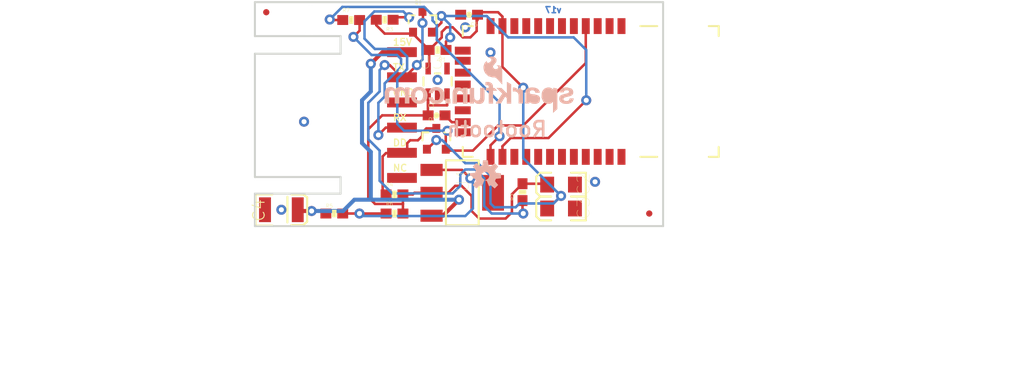
<source format=kicad_pcb>
(kicad_pcb (version 20211014) (generator pcbnew)
  (layers (0 "F.Cu" signal) (31 "B.Cu" signal) (34 "B.Paste" user) (35 "F.Paste" user) (36 "B.SilkS" user "B.Silkscreen") (37 "F.SilkS" user "F.Silkscreen") (38 "B.Mask" user) (39 "F.Mask" user) (44 "Edge.Cuts" user))
  (net 0 "")
  (net 1 "GND")
  (net 2 "N$2")
  (net 3 "VCC")
  (net 4 "RX")
  (net 5 "RX_5V")
  (net 6 "15V")
  (net 7 "5V")
  (net 8 "TX")
  (net 9 "TX_5V")
  (net 10 "DD")
  (net 11 "DD_5V")
  (footprint "boardEagle:SOT23-5" (layer "F.Cu") (at 146.3421 101.7016)
    (fp_text reference "U3" (at -1.905 -1.905) (layer "F.SilkS") (effects (font (size 1.240089 1.240089) (thickness 0.029911)) (justify left)))
    (fp_text value "V_REG_LDOSMD")
    (pad "1" smd rect (at -0.95 1.3001) (size 0.55 1.2) (layers "F.Cu" "F.Paste" "F.Mask") (net 7 "5V"))
    (pad "2" smd rect (at 0 1.3001) (size 0.55 1.2) (layers "F.Cu" "F.Paste" "F.Mask") (net 1 "GND"))
    (pad "3" smd rect (at 0.95 1.3001) (size 0.55 1.2) (layers "F.Cu" "F.Paste" "F.Mask") (net 7 "5V"))
    (pad "4" smd rect (at 0.95 -1.3001) (size 0.55 1.2) (layers "F.Cu" "F.Paste" "F.Mask"))
    (pad "5" smd rect (at -0.95 -1.3001) (size 0.55 1.2) (layers "F.Cu" "F.Paste" "F.Mask") (net 3 "VCC"))
  )
  (footprint "boardEagle:0603-RES" (layer "F.Cu") (at 137.6299 95.504)
    (fp_text reference "R7" (at -0.889 -0.762) (layer "F.SilkS") (effects (font (size 0.373888 0.373888) (thickness 0.032512)) (justify left bottom)))
    (fp_text value "10k")
    (pad "1" smd rect (at -0.85 0) (size 1.1 1) (layers "F.Cu" "F.Paste" "F.Mask") (net 4 "RX"))
    (pad "2" smd rect (at 0.85 0) (size 1.1 1) (layers "F.Cu" "F.Paste" "F.Mask") (net 5 "RX_5V"))
  )
  (footprint "boardEagle:EIA3216" (layer "F.Cu") (at 158.7881 114.5286 180)
    (fp_text reference "C3" (at -2.27 1.27 90) (layer "F.SilkS") (effects (font (size 1.240089 1.240089) (thickness 0.029911)) (justify right)))
    (fp_text value "10uF")
    (pad "A" smd rect (at 1.4 0 270) (size 1.6 1.4) (layers "F.Cu" "F.Paste" "F.Mask") (net 3 "VCC"))
    (pad "C" smd rect (at -1.4 0 270) (size 1.6 1.4) (layers "F.Cu" "F.Paste" "F.Mask") (net 1 "GND"))
  )
  (footprint "boardEagle:REVISION" (layer "F.Cu") (at 134.0231 130.5306)
    (fp_text reference "U$2" hide)
    (fp_text value "REVISION" hide)
  )
  (footprint "boardEagle:MICRO-FIDUCIAL" (layer "F.Cu") (at 167.6781 115.0366)
    (fp_text reference "JP3" hide)
    (fp_text value "FIDUCIALUFIDUCIAL" hide)
    (pad "1" smd roundrect (at 0 0) (size 0.635 0.635) (layers "F.Cu" "F.Mask") (roundrect_rratio 0.5))
  )
  (footprint "boardEagle:0603-RES" (layer "F.Cu") (at 135.9281 115.0366)
    (fp_text reference "R5" (at -0.889 -0.762) (layer "F.SilkS") (effects (font (size 0.376489 0.376489) (thickness 0.029911)) (justify left)))
    (fp_text value "715")
    (pad "1" smd rect (at -0.85 0) (size 1.1 1) (layers "F.Cu" "F.Paste" "F.Mask") (net 1 "GND"))
    (pad "2" smd rect (at 0.85 0) (size 1.1 1) (layers "F.Cu" "F.Paste" "F.Mask") (net 2 "N$2"))
  )
  (footprint "boardEagle:0603-RES" (layer "F.Cu") (at 141.0081 95.4786 180)
    (fp_text reference "R3" (at -0.889 -0.762 180) (layer "F.SilkS") (effects (font (size 0.373888 0.373888) (thickness 0.032512)) (justify right top)))
    (fp_text value "10k")
    (pad "1" smd rect (at -0.85 0 180) (size 1.1 1) (layers "F.Cu" "F.Paste" "F.Mask") (net 10 "DD"))
    (pad "2" smd rect (at 0.85 0 180) (size 1.1 1) (layers "F.Cu" "F.Paste" "F.Mask") (net 3 "VCC"))
  )
  (footprint "boardEagle:EIA3528" (layer "F.Cu") (at 130.5941 114.6556)
    (fp_text reference "C4" (at -2.27 1.27 90) (layer "F.SilkS") (effects (font (size 1.176528 1.176528) (thickness 0.093472)) (justify left)))
    (fp_text value "10uF/20V")
    (pad "A" smd rect (at 1.65 0 90) (size 2.5 1.2) (layers "F.Cu" "F.Paste" "F.Mask") (net 6 "15V"))
    (pad "C" smd rect (at -1.65 0 90) (size 2.5 1.2) (layers "F.Cu" "F.Paste" "F.Mask") (net 1 "GND"))
  )
  (footprint "boardEagle:0603-RES" (layer "F.Cu") (at 146.3421 98.5266 180)
    (fp_text reference "R1" (at -0.889 -0.762 180) (layer "F.SilkS") (effects (font (size 0.373888 0.373888) (thickness 0.032512)) (justify right top)))
    (fp_text value "10k")
    (pad "1" smd rect (at -0.85 0 180) (size 1.1 1) (layers "F.Cu" "F.Paste" "F.Mask") (net 8 "TX"))
    (pad "2" smd rect (at 0.85 0 180) (size 1.1 1) (layers "F.Cu" "F.Paste" "F.Mask") (net 3 "VCC"))
  )
  (footprint "boardEagle:SOT223" (layer "F.Cu") (at 148.8343 112.9459 -90)
    (fp_text reference "U1" (at -2.5399 -0.0508 90) (layer "F.SilkS") (effects (font (size 1.240089 1.240089) (thickness 0.029911)) (justify right)))
    (fp_text value "V_REG_317SMD")
    (pad "1" smd rect (at -2.3114 3.0988 270) (size 1.2192 2.2352) (layers "F.Cu" "F.Paste" "F.Mask") (net 2 "N$2"))
    (pad "2" smd rect (at 0 3.0988 270) (size 1.2192 2.2352) (layers "F.Cu" "F.Paste" "F.Mask") (net 7 "5V"))
    (pad "3" smd rect (at 2.3114 3.0988 270) (size 1.2192 2.2352) (layers "F.Cu" "F.Paste" "F.Mask") (net 6 "15V"))
    (pad "4" smd rect (at 0 -3.099 270) (size 3.6 2.2) (layers "F.Cu" "F.Paste" "F.Mask"))
  )
  (footprint "boardEagle:0603-RES" (layer "F.Cu") (at 154.9019 112.8776 90)
    (fp_text reference "R2" (at -0.889 -0.762 90) (layer "F.SilkS") (effects (font (size 0.373888 0.373888) (thickness 0.032512)) (justify left bottom)))
    (fp_text value "10k")
    (pad "1" smd rect (at -0.85 0 90) (size 1.1 1) (layers "F.Cu" "F.Paste" "F.Mask") (net 9 "TX_5V"))
    (pad "2" smd rect (at 0.85 0 90) (size 1.1 1) (layers "F.Cu" "F.Paste" "F.Mask") (net 7 "5V"))
  )
  (footprint "" (layer "F.Cu") (at 133.3881 95.4786)
    (fp_text reference "@HOLE1" hide)
    (fp_text value "" (at 0 0) (layer "F.SilkS") (effects (font (size 1.27 1.27))))
    (pad "" np_thru_hole circle (at 0 0) (size 2.54 2.54) (drill 2.54) (layers *.Cu *.Mask))
  )
  (footprint "boardEagle:0603-CAP" (layer "F.Cu") (at 149.5171 94.9706 180)
    (fp_text reference "C5" (at -0.889 -0.762 180) (layer "F.SilkS") (effects (font (size 0.373888 0.373888) (thickness 0.032512)) (justify right top)))
    (fp_text value "0.1uF")
    (pad "1" smd rect (at -0.85 0 180) (size 1.1 1) (layers "F.Cu" "F.Paste" "F.Mask") (net 3 "VCC"))
    (pad "2" smd rect (at 0.85 0 180) (size 1.1 1) (layers "F.Cu" "F.Paste" "F.Mask") (net 1 "GND"))
  )
  (footprint "boardEagle:EIA3216" (layer "F.Cu") (at 158.7881 112.1156 180)
    (fp_text reference "C2" (at -2.27 1.27 90) (layer "F.SilkS") (effects (font (size 1.240089 1.240089) (thickness 0.029911)) (justify right)))
    (fp_text value "10uF")
    (pad "A" smd rect (at 1.4 0 270) (size 1.6 1.4) (layers "F.Cu" "F.Paste" "F.Mask") (net 7 "5V"))
    (pad "C" smd rect (at -1.4 0 270) (size 1.6 1.4) (layers "F.Cu" "F.Paste" "F.Mask") (net 1 "GND"))
  )
  (footprint "boardEagle:1X06-SMD" (layer "F.Cu") (at 137.7518 105.095 -90)
    (fp_text reference "JP2" hide)
    (fp_text value "" hide)
    (pad "" np_thru_hole circle (at -5.08 0 270) (size 1.4 1.4) (drill 1.4) (layers *.Cu *.Mask))
    (pad "" np_thru_hole circle (at 5.08 0 270) (size 1.4 1.4) (drill 1.4) (layers *.Cu *.Mask))
    (pad "1" smd rect (at -6.35 -5) (size 3 1) (layers "F.Cu" "F.Paste" "F.Mask") (net 6 "15V"))
    (pad "2" smd rect (at -3.81 -5) (size 3 1) (layers "F.Cu" "F.Paste" "F.Mask") (net 9 "TX_5V"))
    (pad "3" smd rect (at -1.27 -5) (size 3 1) (layers "F.Cu" "F.Paste" "F.Mask") (net 1 "GND"))
    (pad "4" smd rect (at 1.27 -5) (size 3 1) (layers "F.Cu" "F.Paste" "F.Mask") (net 5 "RX_5V"))
    (pad "5" smd rect (at 3.81 -5) (size 3 1) (layers "F.Cu" "F.Paste" "F.Mask") (net 11 "DD_5V"))
    (pad "6" smd rect (at 6.35 -5) (size 3 1) (layers "F.Cu" "F.Paste" "F.Mask"))
  )
  (footprint "boardEagle:SOT23-3" (layer "F.Cu") (at 144.8181 95.7326)
    (fp_text reference "Q1" (at -0.8255 -1.778) (layer "F.SilkS") (effects (font (size 0.373888 0.373888) (thickness 0.032512)) (justify left bottom)))
    (fp_text value "MOSFET-NCHANNELSMD")
    (pad "1" smd rect (at -0.95 1) (size 0.8 0.9) (layers "F.Cu" "F.Paste" "F.Mask") (net 3 "VCC"))
    (pad "2" smd rect (at 0.95 1) (size 0.8 0.9) (layers "F.Cu" "F.Paste" "F.Mask") (net 8 "TX"))
    (pad "3" smd rect (at 0 -1.1) (size 0.8 0.9) (layers "F.Cu" "F.Paste" "F.Mask") (net 9 "TX_5V"))
  )
  (footprint "boardEagle:RN41" (layer "F.Cu") (at 158.2801 102.7176 180)
    (fp_text reference "U2" hide)
    (fp_text value "BLUETOOTH-RN41" hide)
    (pad "1" smd rect (at -6.6 6.6) (size 0.8 1.6) (layers "F.Cu" "F.Paste" "F.Mask") (net 1 "GND"))
    (pad "2" smd rect (at -5.4 6.6) (size 0.8 1.6) (layers "F.Cu" "F.Paste" "F.Mask"))
    (pad "3" smd rect (at -4.2 6.6) (size 0.8 1.6) (layers "F.Cu" "F.Paste" "F.Mask"))
    (pad "4" smd rect (at -3 6.6) (size 0.8 1.6) (layers "F.Cu" "F.Paste" "F.Mask") (net 10 "DD"))
    (pad "5" smd rect (at -1.8 6.6) (size 0.8 1.6) (layers "F.Cu" "F.Paste" "F.Mask"))
    (pad "6" smd rect (at -0.6 6.6) (size 0.8 1.6) (layers "F.Cu" "F.Paste" "F.Mask"))
    (pad "7" smd rect (at 0.6 6.6) (size 0.8 1.6) (layers "F.Cu" "F.Paste" "F.Mask"))
    (pad "8" smd rect (at 1.8 6.6) (size 0.8 1.6) (layers "F.Cu" "F.Paste" "F.Mask"))
    (pad "9" smd rect (at 3 6.6) (size 0.8 1.6) (layers "F.Cu" "F.Paste" "F.Mask"))
    (pad "10" smd rect (at 4.2 6.6) (size 0.8 1.6) (layers "F.Cu" "F.Paste" "F.Mask"))
    (pad "11" smd rect (at 5.4 6.6) (size 0.8 1.6) (layers "F.Cu" "F.Paste" "F.Mask") (net 3 "VCC"))
    (pad "12" smd rect (at 6.6 6.6) (size 0.8 1.6) (layers "F.Cu" "F.Paste" "F.Mask") (net 1 "GND"))
    (pad "13" smd rect (at 6.6 -6.6 180) (size 0.8 1.6) (layers "F.Cu" "F.Paste" "F.Mask") (net 4 "RX"))
    (pad "14" smd rect (at 5.4 -6.6 180) (size 0.8 1.6) (layers "F.Cu" "F.Paste" "F.Mask") (net 8 "TX"))
    (pad "15" smd rect (at 4.2 -6.6 180) (size 0.8 1.6) (layers "F.Cu" "F.Paste" "F.Mask"))
    (pad "16" smd rect (at 3 -6.6 180) (size 0.8 1.6) (layers "F.Cu" "F.Paste" "F.Mask"))
    (pad "17" smd rect (at 1.8 -6.6 180) (size 0.8 1.6) (layers "F.Cu" "F.Paste" "F.Mask"))
    (pad "18" smd rect (at 0.6 -6.6 180) (size 0.8 1.6) (layers "F.Cu" "F.Paste" "F.Mask"))
    (pad "19" smd rect (at -0.6 -6.6 180) (size 0.8 1.6) (layers "F.Cu" "F.Paste" "F.Mask"))
    (pad "20" smd rect (at -1.8 -6.6 180) (size 0.8 1.6) (layers "F.Cu" "F.Paste" "F.Mask"))
    (pad "21" smd rect (at -3 -6.6 180) (size 0.8 1.6) (layers "F.Cu" "F.Paste" "F.Mask"))
    (pad "22" smd rect (at -4.2 -6.6 180) (size 0.8 1.6) (layers "F.Cu" "F.Paste" "F.Mask"))
    (pad "23" smd rect (at -5.4 -6.6 180) (size 0.8 1.6) (layers "F.Cu" "F.Paste" "F.Mask"))
    (pad "24" smd rect (at -6.6 -6.6 180) (size 0.8 1.6) (layers "F.Cu" "F.Paste" "F.Mask"))
    (pad "28" smd rect (at 9.4 -3.1 270) (size 0.8 1.6) (layers "F.Cu" "F.Paste" "F.Mask") (net 1 "GND"))
    (pad "29" smd rect (at 9.4 3.1 270) (size 0.8 1.6) (layers "F.Cu" "F.Paste" "F.Mask") (net 1 "GND"))
    (pad "30" smd rect (at 9.4 -4.1222 270) (size 0.8 1.6) (layers "F.Cu" "F.Paste" "F.Mask"))
    (pad "31" smd rect (at 9.4 -1.9 270) (size 0.8 1.6) (layers "F.Cu" "F.Paste" "F.Mask"))
    (pad "32" smd rect (at 9.4 -0.7 270) (size 0.8 1.6) (layers "F.Cu" "F.Paste" "F.Mask"))
    (pad "33" smd rect (at 9.4 0.7 270) (size 0.8 1.6) (layers "F.Cu" "F.Paste" "F.Mask"))
    (pad "34" smd rect (at 9.4 1.9 270) (size 0.8 1.6) (layers "F.Cu" "F.Paste" "F.Mask"))
    (pad "35" smd rect (at 9.4 4.1222 270) (size 0.8 1.6) (layers "F.Cu" "F.Paste" "F.Mask"))
  )
  (footprint "boardEagle:0603-CAP" (layer "F.Cu") (at 146.2405 105.1306)
    (fp_text reference "C1" (at -0.889 -0.762) (layer "F.SilkS") (effects (font (size 0.373888 0.373888) (thickness 0.032512)) (justify left bottom)))
    (fp_text value "0.1uF")
    (pad "1" smd rect (at -0.85 0) (size 1.1 1) (layers "F.Cu" "F.Paste" "F.Mask") (net 7 "5V"))
    (pad "2" smd rect (at 0.85 0) (size 1.1 1) (layers "F.Cu" "F.Paste" "F.Mask") (net 1 "GND"))
  )
  (footprint "" (layer "F.Cu") (at 163.8681 114.5286)
    (fp_text reference "@HOLE0" hide)
    (fp_text value "" (at 0 0) (layer "F.SilkS") (effects (font (size 1.27 1.27))))
    (pad "" np_thru_hole circle (at 0 0) (size 2.54 2.54) (drill 2.54) (layers *.Cu *.Mask))
  )
  (footprint "boardEagle:0603-RES" (layer "F.Cu") (at 141.9987 115.0366)
    (fp_text reference "R6" (at -0.889 -0.762) (layer "F.SilkS") (effects (font (size 0.373888 0.373888) (thickness 0.032512)) (justify left bottom)))
    (fp_text value "240")
    (pad "1" smd rect (at -0.85 0) (size 1.1 1) (layers "F.Cu" "F.Paste" "F.Mask") (net 2 "N$2"))
    (pad "2" smd rect (at 0.85 0) (size 1.1 1) (layers "F.Cu" "F.Paste" "F.Mask") (net 7 "5V"))
  )
  (footprint "boardEagle:SOT23-3" (layer "F.Cu") (at 146.2151 107.5436)
    (fp_text reference "Q2" (at -0.8255 -1.778) (layer "F.SilkS") (effects (font (size 0.373888 0.373888) (thickness 0.032512)) (justify left bottom)))
    (fp_text value "MOSFET-NCHANNELSMD")
    (pad "1" smd rect (at -0.95 1) (size 0.8 0.9) (layers "F.Cu" "F.Paste" "F.Mask") (net 3 "VCC"))
    (pad "2" smd rect (at 0.95 1) (size 0.8 0.9) (layers "F.Cu" "F.Paste" "F.Mask") (net 10 "DD"))
    (pad "3" smd rect (at 0 -1.1) (size 0.8 0.9) (layers "F.Cu" "F.Paste" "F.Mask") (net 11 "DD_5V"))
  )
  (footprint "boardEagle:0603-RES" (layer "F.Cu") (at 141.9987 113.1062)
    (fp_text reference "R4" (at -0.889 -0.762) (layer "F.SilkS") (effects (font (size 0.373888 0.373888) (thickness 0.032512)) (justify left bottom)))
    (fp_text value "10k")
    (pad "1" smd rect (at -0.85 0) (size 1.1 1) (layers "F.Cu" "F.Paste" "F.Mask") (net 11 "DD_5V"))
    (pad "2" smd rect (at 0.85 0) (size 1.1 1) (layers "F.Cu" "F.Paste" "F.Mask") (net 7 "5V"))
  )
  (footprint "boardEagle:CREATIVE_COMMONS" (layer "F.Cu") (at 122.550244 127.7366)
    (fp_text reference "FRAME1" hide)
    (fp_text value "FRAME-LETTER" hide)
  )
  (footprint "boardEagle:MICRO-FIDUCIAL" (layer "F.Cu") (at 129.0701 94.7166)
    (fp_text reference "JP1" hide)
    (fp_text value "FIDUCIALUFIDUCIAL" hide)
    (pad "1" smd roundrect (at 0 0) (size 0.635 0.635) (layers "F.Cu" "F.Mask") (roundrect_rratio 0.5))
  )
  (footprint "boardEagle:SFE-NEW-WEBLOGO" (layer "B.Cu") (at 160.0581 104.8766 180)
    (fp_text reference "U$1" hide)
    (fp_text value "LOGO-SFENEW" hide)
  )
  (footprint "boardEagle:OSHW-LOGO-S" (layer "B.Cu") (at 151.1681 111.2266 180)
    (fp_text reference "LOGO1" hide)
    (fp_text value "OSHW-LOGOS" hide)
  )
  (gr_line (start 127.9271 113.03) (end 136.5631 113.03) (layer "Edge.Cuts") (width 0.2032))
  (gr_line (start 136.5631 111.3536) (end 127.9271 111.3536) (layer "Edge.Cuts") (width 0.2032))
  (gr_line (start 136.5631 113.03) (end 136.5631 111.3536) (layer "Edge.Cuts") (width 0.2032))
  (gr_line (start 136.5631 97.1296) (end 127.9271 97.1296) (layer "Edge.Cuts") (width 0.2032))
  (gr_line (start 127.9271 116.3066) (end 169.0751 116.3066) (layer "Edge.Cuts") (width 0.2032))
  (gr_line (start 127.9271 93.7006) (end 127.9271 97.1296) (layer "Edge.Cuts") (width 0.2032))
  (gr_line (start 136.5631 98.9076) (end 136.5631 97.1296) (layer "Edge.Cuts") (width 0.2032))
  (gr_line (start 127.9271 98.9076) (end 127.9271 111.3536) (layer "Edge.Cuts") (width 0.2032))
  (gr_line (start 127.9271 98.9076) (end 136.5631 98.9076) (layer "Edge.Cuts") (width 0.2032))
  (gr_line (start 169.0751 116.3066) (end 169.0751 93.7006) (layer "Edge.Cuts") (width 0.2032))
  (gr_line (start 169.0751 93.7006) (end 127.9271 93.7006) (layer "Edge.Cuts") (width 0.2032))
  (gr_line (start 127.9271 113.03) (end 127.9271 116.3066) (layer "Edge.Cuts") (width 0.2032))
  (gr_text "v17" (at 158.9151 94.8436) (layer "B.Cu") (effects (font (size 0.6096 0.6096) (thickness 0.2032)) (justify left bottom mirror)))
  (gr_text "Rootooth" (at 157.5181 107.4166) (layer "B.SilkS") (effects (font (size 1.5113 1.5113) (thickness 0.2667)) (justify left bottom mirror)))
  (gr_text "RX" (at 141.7701 105.7656) (layer "F.SilkS") (effects (font (size 0.69088 0.69088) (thickness 0.12192)) (justify left bottom)))
  (gr_text "DD" (at 141.7701 108.3056) (layer "F.SilkS") (effects (font (size 0.69088 0.69088) (thickness 0.12192)) (justify left bottom)))
  (gr_text "NC" (at 141.7701 110.8456) (layer "F.SilkS") (effects (font (size 0.69088 0.69088) (thickness 0.12192)) (justify left bottom)))
  (gr_text "TX" (at 141.7701 100.6856) (layer "F.SilkS") (effects (font (size 0.69088 0.69088) (thickness 0.12192)) (justify left bottom)))
  (gr_text "GND" (at 141.7701 103.2256) (layer "F.SilkS") (effects (font (size 0.69088 0.69088) (thickness 0.12192)) (justify left bottom)))
  (gr_text "15V" (at 141.7701 98.1456) (layer "F.SilkS") (effects (font (size 0.69088 0.69088) (thickness 0.12192)) (justify left bottom)))
  (segment (start 147.7775 105.8176) (end 148.8801 105.8176) (width 0.254) (layer "F.Cu") (net 1))
  (segment (start 147.0905 105.1306) (end 147.7775 105.8176) (width 0.254) (layer "F.Cu") (net 1))
  (via (at 151.6761 98.7806) (size 1.016) (drill 0.508) (layers "F.Cu" "B.Cu") (net 1))
  (via (at 149.1361 96.2406) (size 1.016) (drill 0.508) (layers "F.Cu" "B.Cu") (net 1))
  (via (at 146.3421 101.5492) (size 1.016) (drill 0.508) (layers "F.Cu" "B.Cu") (net 1))
  (via (at 132.8801 105.7656) (size 1.016) (drill 0.508) (layers "F.Cu" "B.Cu") (net 1))
  (via (at 162.2171 111.8362) (size 1.016) (drill 0.508) (layers "F.Cu" "B.Cu") (net 1))
  (via (at 130.5941 114.6556) (size 1.016) (drill 0.508) (layers "F.Cu" "B.Cu") (net 1))
  (segment (start 138.4681 115.0366) (end 141.1487 115.0366) (width 0.254) (layer "F.Cu") (net 2))
  (segment (start 149.6441 111.4806) (end 148.798 110.6345) (width 0.254) (layer "F.Cu") (net 2))
  (segment (start 148.798 110.6345) (end 145.7355 110.6345) (width 0.254) (layer "F.Cu") (net 2))
  (segment (start 136.7781 115.0366) (end 138.4681 115.0366) (width 0.254) (layer "F.Cu") (net 2))
  (via (at 149.6441 111.4806) (size 1.016) (drill 0.508) (layers "F.Cu" "B.Cu") (net 2))
  (via (at 138.4681 115.0366) (size 1.016) (drill 0.508) (layers "F.Cu" "B.Cu") (net 2))
  (segment (start 149.1361 115.2906) (end 149.8981 114.5286) (width 0.254) (layer "B.Cu") (net 2))
  (segment (start 149.8981 111.7346) (end 149.6441 111.4806) (width 0.254) (layer "B.Cu") (net 2))
  (segment (start 149.8981 114.5286) (end 149.8981 111.7346) (width 0.254) (layer "B.Cu") (net 2))
  (segment (start 138.4681 115.0366) (end 138.7221 115.2906) (width 0.254) (layer "B.Cu") (net 2))
  (segment (start 138.7221 115.2906) (end 149.1361 115.2906) (width 0.254) (layer "B.Cu") (net 2))
  (segment (start 152.4381 94.7166) (end 150.6211 94.7166) (width 0.254) (layer "F.Cu") (net 3))
  (segment (start 146.7621 96.7096) (end 146.7621 97.2566) (width 0.254) (layer "F.Cu") (net 3))
  (segment (start 149.6441 97.2566) (end 148.8821 97.2566) (width 0.254) (layer "F.Cu") (net 3))
  (segment (start 157.5181 114.5286) (end 157.3881 114.5286) (width 0.254) (layer "F.Cu") (net 3))
  (segment (start 146.7621 97.2566) (end 145.4921 98.5266) (width 0.254) (layer "F.Cu") (net 3))
  (segment (start 150.2791 96.6216) (end 149.6441 97.2566) (width 0.254) (layer "F.Cu") (net 3))
  (segment (start 150.2791 95.0586) (end 150.2791 96.6216) (width 0.254) (layer "F.Cu") (net 3))
  (segment (start 147.2311 96.2406) (end 146.7621 96.7096) (width 0.254) (layer "F.Cu") (net 3))
  (segment (start 143.8681 96.9026) (end 143.8681 96.7326) (width 0.254) (layer "F.Cu") (net 3))
  (segment (start 145.2651 108.4936) (end 145.3413 108.4936) (width 0.254) (layer "F.Cu") (net 3))
  (segment (start 154.9781 102.3366) (end 152.8801 100.2386) (width 0.254) (layer "F.Cu") (net 3))
  (segment (start 150.6211 94.7166) (end 150.3671 94.9706) (width 0.254) (layer "F.Cu") (net 3))
  (segment (start 148.8821 97.2566) (end 147.8661 96.2406) (width 0.254) (layer "F.Cu") (net 3))
  (segment (start 145.4921 98.5266) (end 145.4921 100.3015) (width 0.254) (layer "F.Cu") (net 3))
  (segment (start 145.4921 100.3015) (end 145.3921 100.4015) (width 0.254) (layer "F.Cu") (net 3))
  (segment (start 143.8681 96.7326) (end 143.7251 96.8756) (width 0.254) (layer "F.Cu") (net 3))
  (segment (start 145.2651 108.5436) (end 145.2651 108.4936) (width 0.254) (layer "F.Cu") (net 3))
  (segment (start 145.4921 98.5266) (end 143.8681 96.9026) (width 0.254) (layer "F.Cu") (net 3))
  (segment (start 145.3413 108.4936) (end 146.2151 107.6198) (width 0.254) (layer "F.Cu") (net 3))
  (segment (start 143.7251 96.8756) (end 141.0081 96.8756) (width 0.254) (layer "F.Cu") (net 3))
  (segment (start 158.7881 113.2586) (end 157.5181 114.5286) (width 0.254) (layer "F.Cu") (net 3))
  (segment (start 150.3671 94.9706) (end 150.3671 95.5176) (width 0.254) (layer "F.Cu") (net 3))
  (segment (start 147.8661 96.2406) (end 147.2311 96.2406) (width 0.254) (layer "F.Cu") (net 3))
  (segment (start 140.1581 96.0256) (end 140.1581 95.4786) (width 0.254) (layer "F.Cu") (net 3))
  (segment (start 152.8801 95.1586) (end 152.4381 94.7166) (width 0.254) (layer "F.Cu") (net 3))
  (segment (start 152.8801 96.1176) (end 152.8801 95.1586) (width 0.254) (layer "F.Cu") (net 3))
  (segment (start 152.8801 100.2386) (end 152.8801 96.1176) (width 0.254) (layer "F.Cu") (net 3))
  (segment (start 141.0081 96.8756) (end 140.1581 96.0256) (width 0.254) (layer "F.Cu") (net 3))
  (segment (start 150.3671 94.9706) (end 150.2791 95.0586) (width 0.254) (layer "F.Cu") (net 3))
  (via (at 154.9781 102.3366) (size 1.016) (drill 0.508) (layers "F.Cu" "B.Cu") (net 3))
  (via (at 158.7881 113.2586) (size 1.016) (drill 0.508) (layers "F.Cu" "B.Cu") (net 3))
  (via (at 146.2151 107.6198) (size 1.016) (drill 0.508) (layers "F.Cu" "B.Cu") (net 3))
  (segment (start 152.0571 114.4016) (end 154.2161 114.4016) (width 0.254) (layer "B.Cu") (net 3))
  (segment (start 154.5971 114.0206) (end 158.0261 114.0206) (width 0.254) (layer "B.Cu") (net 3))
  (segment (start 150.4061 109.9566) (end 151.6761 111.2266) (width 0.254) (layer "B.Cu") (net 3))
  (segment (start 158.0261 114.0206) (end 158.7881 113.2586) (width 0.254) (layer "B.Cu") (net 3))
  (segment (start 154.2161 114.4016) (end 154.5971 114.0206) (width 0.254) (layer "B.Cu") (net 3))
  (segment (start 146.7993 107.6198) (end 149.1361 109.9566) (width 0.254) (layer "B.Cu") (net 3))
  (segment (start 146.2151 107.6198) (end 146.7993 107.6198) (width 0.254) (layer "B.Cu") (net 3))
  (segment (start 151.6761 111.2266) (end 151.6761 114.0206) (width 0.254) (layer "B.Cu") (net 3))
  (segment (start 151.6761 114.0206) (end 152.0571 114.4016) (width 0.254) (layer "B.Cu") (net 3))
  (segment (start 158.7881 113.2586) (end 154.9781 109.4486) (width 0.254) (layer "B.Cu") (net 3))
  (segment (start 154.9781 109.4486) (end 154.9781 102.3366) (width 0.254) (layer "B.Cu") (net 3))
  (segment (start 149.1361 109.9566) (end 150.4061 109.9566) (width 0.254) (layer "B.Cu") (net 3))
  (segment (start 135.4709 95.4532) (end 135.5217 95.504) (width 0.254) (layer "F.Cu") (net 4))
  (segment (start 151.6801 108.1492) (end 151.6801 109.3176) (width 0.254) (layer "F.Cu") (net 4))
  (segment (start 152.5905 107.2388) (end 151.6801 108.1492) (width 0.254) (layer "F.Cu") (net 4))
  (segment (start 135.5217 95.504) (end 136.7799 95.504) (width 0.254) (layer "F.Cu") (net 4))
  (via (at 135.4709 95.4532) (size 1.016) (drill 0.508) (layers "F.Cu" "B.Cu") (net 4))
  (via (at 152.5905 107.2388) (size 1.016) (drill 0.508) (layers "F.Cu" "B.Cu") (net 4))
  (segment (start 144.9959 94.1832) (end 145.8341 95.0214) (width 0.254) (layer "B.Cu") (net 4))
  (segment (start 135.4709 95.4532) (end 136.7409 94.1832) (width 0.254) (layer "B.Cu") (net 4))
  (segment (start 145.8341 95.5548) (end 146.2659 95.9866) (width 0.254) (layer "B.Cu") (net 4))
  (segment (start 152.5905 103.8352) (end 152.5905 107.2388) (width 0.254) (layer "B.Cu") (net 4))
  (segment (start 146.2659 97.5106) (end 152.5905 103.8352) (width 0.254) (layer "B.Cu") (net 4))
  (segment (start 145.8341 95.0214) (end 145.8341 95.5548) (width 0.254) (layer "B.Cu") (net 4))
  (segment (start 146.2659 95.9866) (end 146.2659 97.5106) (width 0.254) (layer "B.Cu") (net 4))
  (segment (start 136.7409 94.1832) (end 144.9959 94.1832) (width 0.254) (layer "B.Cu") (net 4))
  (segment (start 141.1199 106.365) (end 142.7518 106.365) (width 0.254) (layer "F.Cu") (net 5))
  (segment (start 138.4799 96.5844) (end 138.4799 95.504) (width 0.254) (layer "F.Cu") (net 5))
  (segment (start 137.8585 97.2058) (end 138.4799 96.5844) (width 0.254) (layer "F.Cu") (net 5))
  (segment (start 140.3731 107.1118) (end 141.1199 106.365) (width 0.254) (layer "F.Cu") (net 5))
  (via (at 140.3731 107.1118) (size 1.016) (drill 0.508) (layers "F.Cu" "B.Cu") (net 5))
  (via (at 137.8585 97.2058) (size 1.016) (drill 0.508) (layers "F.Cu" "B.Cu") (net 5))
  (segment (start 142.6591 99.441) (end 142.2527 99.0346) (width 0.254) (layer "B.Cu") (net 5))
  (segment (start 140.3731 107.1118) (end 140.3731 103.8606) (width 0.254) (layer "B.Cu") (net 5))
  (segment (start 142.6591 100.2538) (end 142.6591 99.441) (width 0.254) (layer "B.Cu") (net 5))
  (segment (start 140.3731 103.8606) (end 141.0081 103.2256) (width 0.254) (layer "B.Cu") (net 5))
  (segment (start 141.0081 101.9048) (end 142.6591 100.2538) (width 0.254) (layer "B.Cu") (net 5))
  (segment (start 141.0081 103.2256) (end 141.0081 101.9048) (width 0.254) (layer "B.Cu") (net 5))
  (segment (start 142.2527 99.0346) (end 139.6873 99.0346) (width 0.254) (layer "B.Cu") (net 5))
  (segment (start 139.6873 99.0346) (end 137.8585 97.2058) (width 0.254) (layer "B.Cu") (net 5))
  (segment (start 148.5011 113.6396) (end 146.8834 115.2573) (width 0.4064) (layer "F.Cu") (net 6))
  (segment (start 146.8834 115.2573) (end 145.7355 115.2573) (width 0.4064) (layer "F.Cu") (net 6))
  (segment (start 140.7897 98.745) (end 142.7518 98.745) (width 0.4064) (layer "F.Cu") (net 6))
  (segment (start 139.6111 99.9236) (end 140.7897 98.745) (width 0.4064) (layer "F.Cu") (net 6))
  (segment (start 132.2441 114.6556) (end 132.1171 114.7826) (width 0.4064) (layer "F.Cu") (net 6))
  (segment (start 132.1171 114.7826) (end 133.6421 114.7826) (width 0.4064) (layer "F.Cu") (net 6))
  (via (at 148.5011 113.6396) (size 1.016) (drill 0.508) (layers "F.Cu" "B.Cu") (net 6))
  (via (at 133.6421 114.7826) (size 1.016) (drill 0.508) (layers "F.Cu" "B.Cu") (net 6))
  (via (at 139.6111 99.9236) (size 1.016) (drill 0.508) (layers "F.Cu" "B.Cu") (net 6))
  (segment (start 139.7381 113.6396) (end 148.5011 113.6396) (width 0.4064) (layer "B.Cu") (net 6))
  (segment (start 139.6111 113.5126) (end 139.6111 108.8136) (width 0.4064) (layer "B.Cu") (net 6))
  (segment (start 139.7381 113.6396) (end 139.6111 113.5126) (width 0.4064) (layer "B.Cu") (net 6))
  (segment (start 139.6111 102.7176) (end 139.6111 99.9236) (width 0.4064) (layer "B.Cu") (net 6))
  (segment (start 139.6111 108.8136) (end 138.7221 107.9246) (width 0.4064) (layer "B.Cu") (net 6))
  (segment (start 137.9601 113.6396) (end 139.7381 113.6396) (width 0.4064) (layer "B.Cu") (net 6))
  (segment (start 138.7221 103.6066) (end 139.6111 102.7176) (width 0.4064) (layer "B.Cu") (net 6))
  (segment (start 133.6421 114.7826) (end 136.8171 114.7826) (width 0.4064) (layer "B.Cu") (net 6))
  (segment (start 138.7221 107.9246) (end 138.7221 103.6066) (width 0.4064) (layer "B.Cu") (net 6))
  (segment (start 136.8171 114.7826) (end 137.9601 113.6396) (width 0.4064) (layer "B.Cu") (net 6))
  (segment (start 150.5331 115.5446) (end 153.2001 115.5446) (width 0.254) (layer "F.Cu") (net 7))
  (segment (start 139.3571 106.5276) (end 140.7541 105.1306) (width 0.254) (layer "F.Cu") (net 7))
  (segment (start 145.3921 104.1146) (end 147.3073 104.1146) (width 0.254) (layer "F.Cu") (net 7))
  (segment (start 147.4168 112.9459) (end 148.1201 112.2426) (width 0.254) (layer "F.Cu") (net 7))
  (segment (start 145.3651 103.0287) (end 145.3921 103.0017) (width 0.254) (layer "F.Cu") (net 7))
  (segment (start 142.8487 113.1062) (end 143.8529 113.1062) (width 0.254) (layer "F.Cu") (net 7))
  (segment (start 139.3571 113.3856) (end 139.3571 106.5276) (width 0.254) (layer "F.Cu") (net 7))
  (segment (start 153.2001 115.5446) (end 153.8351 114.9096) (width 0.254) (layer "F.Cu") (net 7))
  (segment (start 140.0429 114.0714) (end 139.9921 114.0206) (width 0.254) (layer "F.Cu") (net 7))
  (segment (start 153.8351 113.0944) (end 154.9019 112.0276) (width 0.254) (layer "F.Cu") (net 7))
  (segment (start 145.3651 105.1306) (end 145.3651 103.0287) (width 0.254) (layer "F.Cu") (net 7))
  (segment (start 145.7355 112.9459) (end 147.4168 112.9459) (width 0.254) (layer "F.Cu") (net 7))
  (segment (start 157.3001 112.0276) (end 157.3881 112.1156) (width 0.254) (layer "F.Cu") (net 7))
  (segment (start 145.3651 105.1306) (end 145.3905 105.1306) (width 0.254) (layer "F.Cu") (net 7))
  (segment (start 147.3073 103.0017) (end 147.2921 103.0017) (width 0.254) (layer "F.Cu") (net 7))
  (segment (start 143.8529 113.1062) (end 144.0132 112.9459) (width 0.254) (layer "F.Cu") (net 7))
  (segment (start 147.3073 104.1146) (end 147.3073 103.0017) (width 0.254) (layer "F.Cu") (net 7))
  (segment (start 139.7381 113.7666) (end 139.3571 113.3856) (width 0.254) (layer "F.Cu") (net 7))
  (segment (start 154.9019 112.0276) (end 157.3001 112.0276) (width 0.254) (layer "F.Cu") (net 7))
  (segment (start 142.8487 114.0714) (end 142.8487 115.0366) (width 0.254) (layer "F.Cu") (net 7))
  (segment (start 144.0132 112.9459) (end 145.7355 112.9459) (width 0.254) (layer "F.Cu") (net 7))
  (segment (start 139.9921 114.0206) (end 139.7381 113.7666) (width 0.254) (layer "F.Cu") (net 7))
  (segment (start 149.7711 114.7826) (end 150.5331 115.5446) (width 0.254) (layer "F.Cu") (net 7))
  (segment (start 140.7541 105.1306) (end 145.3651 105.1306) (width 0.254) (layer "F.Cu") (net 7))
  (segment (start 153.8351 114.9096) (end 153.8351 113.0944) (width 0.254) (layer "F.Cu") (net 7))
  (segment (start 140.0429 114.0714) (end 142.8487 114.0714) (width 0.254) (layer "F.Cu") (net 7))
  (segment (start 142.8487 114.0714) (end 142.8487 113.1062) (width 0.254) (layer "F.Cu") (net 7))
  (segment (start 145.3921 103.0017) (end 145.3921 104.1146) (width 0.254) (layer "F.Cu") (net 7))
  (segment (start 148.1201 112.2426) (end 148.7551 112.2426) (width 0.254) (layer "F.Cu") (net 7))
  (segment (start 148.7551 112.2426) (end 149.7711 113.2586) (width 0.254) (layer "F.Cu") (net 7))
  (segment (start 149.7711 113.2586) (end 149.7711 114.7826) (width 0.254) (layer "F.Cu") (net 7))
  (segment (start 152.8801 108.2446) (end 153.7081 107.4166) (width 0.254) (layer "F.Cu") (net 8))
  (segment (start 152.8801 109.3176) (end 152.8801 108.2446) (width 0.254) (layer "F.Cu") (net 8))
  (segment (start 157.5181 107.4166) (end 161.3281 103.6066) (width 0.254) (layer "F.Cu") (net 8))
  (segment (start 153.7081 107.4166) (end 157.5181 107.4166) (width 0.254) (layer "F.Cu") (net 8))
  (segment (start 147.1921 97.6766) (end 147.1921 98.5266) (width 0.254) (layer "F.Cu") (net 8))
  (segment (start 146.7231 95.0976) (end 146.7231 95.7776) (width 0.254) (layer "F.Cu") (net 8))
  (segment (start 147.6121 97.2566) (end 147.1921 97.6766) (width 0.254) (layer "F.Cu") (net 8))
  (segment (start 146.7231 95.7776) (end 145.7681 96.7326) (width 0.254) (layer "F.Cu") (net 8))
  (via (at 147.6121 97.2566) (size 1.016) (drill 0.508) (layers "F.Cu" "B.Cu") (net 8))
  (via (at 161.3281 103.6066) (size 1.016) (drill 0.508) (layers "F.Cu" "B.Cu") (net 8))
  (via (at 146.7231 95.0976) (size 1.016) (drill 0.508) (layers "F.Cu" "B.Cu") (net 8))
  (segment (start 153.4541 97.2566) (end 151.2951 95.0976) (width 0.254) (layer "B.Cu") (net 8))
  (segment (start 146.7231 95.0976) (end 147.6121 95.9866) (width 0.254) (layer "B.Cu") (net 8))
  (segment (start 161.3281 103.6066) (end 161.3281 98.5266) (width 0.254) (layer "B.Cu") (net 8))
  (segment (start 161.3281 98.5266) (end 160.0581 97.2566) (width 0.254) (layer "B.Cu") (net 8))
  (segment (start 151.2951 95.0976) (end 146.7231 95.0976) (width 0.254) (layer "B.Cu") (net 8))
  (segment (start 160.0581 97.2566) (end 153.4541 97.2566) (width 0.254) (layer "B.Cu") (net 8))
  (segment (start 147.6121 95.9866) (end 147.6121 97.2566) (width 0.254) (layer "B.Cu") (net 8))
  (segment (start 141.0081 100.0506) (end 141.5174 100.0506) (width 0.254) (layer "F.Cu") (net 9))
  (segment (start 144.8689 95.758) (end 144.8689 94.6834) (width 0.254) (layer "F.Cu") (net 9))
  (segment (start 154.9781 115.0366) (end 154.9019 114.9604) (width 0.254) (layer "F.Cu") (net 9))
  (segment (start 154.9781 115.0366) (end 154.9781 115.0366) (width 0.254) (layer "F.Cu") (net 9))
  (segment (start 144.8181 95.8088) (end 144.8689 95.758) (width 0.254) (layer "F.Cu") (net 9))
  (segment (start 144.8689 94.6834) (end 144.8181 94.6326) (width 0.254) (layer "F.Cu") (net 9))
  (segment (start 143.0249 101.285) (end 144.2593 100.0506) (width 0.254) (layer "F.Cu") (net 9))
  (segment (start 141.5174 100.0506) (end 142.7518 101.285) (width 0.254) (layer "F.Cu") (net 9))
  (segment (start 142.7518 101.285) (end 143.0249 101.285) (width 0.254) (layer "F.Cu") (net 9))
  (segment (start 154.9019 114.9604) (end 154.9019 113.7276) (width 0.254) (layer "F.Cu") (net 9))
  (via (at 141.0081 100.0506) (size 1.016) (drill 0.508) (layers "F.Cu" "B.Cu") (net 9))
  (via (at 144.8181 95.8088) (size 1.016) (drill 0.508) (layers "F.Cu" "B.Cu") (net 9))
  (via (at 144.2593 100.0506) (size 1.016) (drill 0.508) (layers "F.Cu" "B.Cu") (net 9))
  (via (at 154.9781 115.0366) (size 1.016) (drill 0.508) (layers "F.Cu" "B.Cu") (net 9))
  (segment (start 140.5001 100.5586) (end 141.0081 100.0506) (width 0.254) (layer "B.Cu") (net 9))
  (segment (start 140.5001 102.7176) (end 140.5001 100.5586) (width 0.254) (layer "B.Cu") (net 9))
  (segment (start 141.7701 113.0046) (end 147.8661 113.0046) (width 0.254) (layer "B.Cu") (net 9))
  (segment (start 151.8031 115.0366) (end 154.9781 115.0366) (width 0.254) (layer "B.Cu") (net 9))
  (segment (start 149.1361 110.5916) (end 150.1521 110.5916) (width 0.254) (layer "B.Cu") (net 9))
  (segment (start 148.6281 112.2426) (end 148.6281 111.0996) (width 0.254) (layer "B.Cu") (net 9))
  (segment (start 140.5001 111.7346) (end 141.7701 113.0046) (width 0.254) (layer "B.Cu") (net 9))
  (segment (start 151.0411 114.2746) (end 151.8031 115.0366) (width 0.254) (layer "B.Cu") (net 9))
  (segment (start 148.6281 111.0996) (end 149.1361 110.5916) (width 0.254) (layer "B.Cu") (net 9))
  (segment (start 147.8661 113.0046) (end 148.6281 112.2426) (width 0.254) (layer "B.Cu") (net 9))
  (segment (start 151.0411 111.4806) (end 151.0411 114.2746) (width 0.254) (layer "B.Cu") (net 9))
  (segment (start 140.5001 111.7346) (end 140.5001 108.6866) (width 0.254) (layer "B.Cu") (net 9))
  (segment (start 150.1521 110.5916) (end 151.0411 111.4806) (width 0.254) (layer "B.Cu") (net 9))
  (segment (start 139.3571 103.8606) (end 140.5001 102.7176) (width 0.254) (layer "B.Cu") (net 9))
  (segment (start 140.5001 108.6866) (end 139.3571 107.5436) (width 0.254) (layer "B.Cu") (net 9))
  (segment (start 139.3571 107.5436) (end 139.3571 103.8606) (width 0.254) (layer "B.Cu") (net 9))
  (segment (start 144.8181 99.4918) (end 144.8181 95.8088) (width 0.254) (layer "B.Cu") (net 9))
  (segment (start 144.2593 100.0506) (end 144.8181 99.4918) (width 0.254) (layer "B.Cu") (net 9))
  (segment (start 142.1121 95.2246) (end 141.8581 95.4786) (width 0.254) (layer "F.Cu") (net 10))
  (segment (start 143.4719 95.2246) (end 142.1121 95.2246) (width 0.254) (layer "F.Cu") (net 10))
  (segment (start 147.1651 106.8476) (end 147.1651 108.5436) (width 0.254) (layer "F.Cu") (net 10))
  (segment (start 161.2801 99.8446) (end 161.2801 96.1176) (width 0.254) (layer "F.Cu") (net 10))
  (segment (start 152.4381 106.1466) (end 154.9781 106.1466) (width 0.254) (layer "F.Cu") (net 10))
  (segment (start 147.3327 106.68) (end 147.1651 106.8476) (width 0.254) (layer "F.Cu") (net 10))
  (segment (start 147.3081 108.6866) (end 149.8981 108.6866) (width 0.254) (layer "F.Cu") (net 10))
  (segment (start 154.9781 106.1466) (end 161.2801 99.8446) (width 0.254) (layer "F.Cu") (net 10))
  (segment (start 147.1651 108.5436) (end 147.3081 108.6866) (width 0.254) (layer "F.Cu") (net 10))
  (segment (start 149.8981 108.6866) (end 152.4381 106.1466) (width 0.254) (layer "F.Cu") (net 10))
  (via (at 143.4719 95.2246) (size 1.016) (drill 0.508) (layers "F.Cu" "B.Cu") (net 10))
  (via (at 147.3327 106.68) (size 1.016) (drill 0.508) (layers "F.Cu" "B.Cu") (net 10))
  (segment (start 142.8877 94.6404) (end 143.4719 95.2246) (width 0.254) (layer "B.Cu") (net 10))
  (segment (start 143.2687 99.187) (end 142.5067 98.425) (width 0.254) (layer "B.Cu") (net 10))
  (segment (start 142.5067 98.425) (end 140.0175 98.425) (width 0.254) (layer "B.Cu") (net 10))
  (segment (start 143.2687 100.457) (end 143.2687 99.187) (width 0.254) (layer "B.Cu") (net 10))
  (segment (start 142.2781 105.9942) (end 142.2781 101.4476) (width 0.254) (layer "B.Cu") (net 10))
  (segment (start 142.2781 101.4476) (end 143.2687 100.457) (width 0.254) (layer "B.Cu") (net 10))
  (segment (start 138.9761 95.631) (end 139.9667 94.6404) (width 0.254) (layer "B.Cu") (net 10))
  (segment (start 138.9761 97.3836) (end 138.9761 95.631) (width 0.254) (layer "B.Cu") (net 10))
  (segment (start 140.0175 98.425) (end 138.9761 97.3836) (width 0.254) (layer "B.Cu") (net 10))
  (segment (start 142.9639 106.68) (end 147.3327 106.68) (width 0.254) (layer "B.Cu") (net 10))
  (segment (start 139.9667 94.6404) (end 142.8877 94.6404) (width 0.254) (layer "B.Cu") (net 10))
  (segment (start 142.9639 106.68) (end 142.2781 105.9942) (width 0.254) (layer "B.Cu") (net 10))
  (segment (start 140.8049 109.2708) (end 141.1351 108.9406) (width 0.254) (layer "F.Cu") (net 11))
  (segment (start 142.7162 108.9406) (end 142.7518 108.905) (width 0.254) (layer "F.Cu") (net 11))
  (segment (start 145.2069 106.4436) (end 146.2151 106.4436) (width 0.254) (layer "F.Cu") (net 11))
  (segment (start 143.2805 107.9382) (end 143.5735 107.6452) (width 0.254) (layer "F.Cu") (net 11))
  (segment (start 142.7518 108.905) (end 143.2805 108.905) (width 0.254) (layer "F.Cu") (net 11))
  (segment (start 143.2805 108.905) (end 143.6615 109.286) (width 0.254) (layer "F.Cu") (net 11))
  (segment (start 140.8049 112.7624) (end 141.1487 113.1062) (width 0.254) (layer "F.Cu") (net 11))
  (segment (start 143.2805 108.905) (end 143.2805 107.9382) (width 0.254) (layer "F.Cu") (net 11))
  (segment (start 143.2805 108.905) (end 143.2687 108.9168) (width 0.254) (layer "F.Cu") (net 11))
  (segment (start 144.3609 107.6452) (end 144.7927 107.2134) (width 0.254) (layer "F.Cu") (net 11))
  (segment (start 143.5735 107.6452) (end 144.3609 107.6452) (width 0.254) (layer "F.Cu") (net 11))
  (segment (start 144.7927 107.2134) (end 144.7927 106.8578) (width 0.254) (layer "F.Cu") (net 11))
  (segment (start 140.8049 112.7624) (end 140.8049 109.2708) (width 0.254) (layer "F.Cu") (net 11))
  (segment (start 141.1351 108.9406) (end 142.7162 108.9406) (width 0.254) (layer "F.Cu") (net 11))
  (segment (start 144.7927 106.8578) (end 145.2069 106.4436) (width 0.254) (layer "F.Cu") (net 11))
)
</source>
